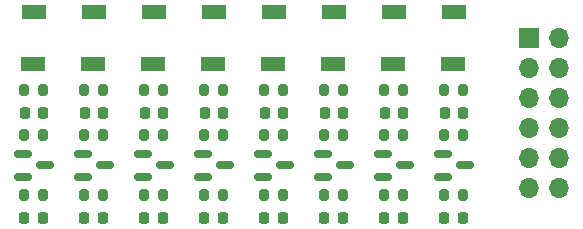
<source format=gbr>
G04 #@! TF.GenerationSoftware,KiCad,Pcbnew,6.0.9+dfsg-1*
G04 #@! TF.CreationDate,2022-11-16T11:07:49+08:00*
G04 #@! TF.ProjectId,io,696f2e6b-6963-4616-945f-706362585858,rev?*
G04 #@! TF.SameCoordinates,Original*
G04 #@! TF.FileFunction,Soldermask,Top*
G04 #@! TF.FilePolarity,Negative*
%FSLAX46Y46*%
G04 Gerber Fmt 4.6, Leading zero omitted, Abs format (unit mm)*
G04 Created by KiCad (PCBNEW 6.0.9+dfsg-1) date 2022-11-16 11:07:49*
%MOMM*%
%LPD*%
G01*
G04 APERTURE LIST*
G04 Aperture macros list*
%AMRoundRect*
0 Rectangle with rounded corners*
0 $1 Rounding radius*
0 $2 $3 $4 $5 $6 $7 $8 $9 X,Y pos of 4 corners*
0 Add a 4 corners polygon primitive as box body*
4,1,4,$2,$3,$4,$5,$6,$7,$8,$9,$2,$3,0*
0 Add four circle primitives for the rounded corners*
1,1,$1+$1,$2,$3*
1,1,$1+$1,$4,$5*
1,1,$1+$1,$6,$7*
1,1,$1+$1,$8,$9*
0 Add four rect primitives between the rounded corners*
20,1,$1+$1,$2,$3,$4,$5,0*
20,1,$1+$1,$4,$5,$6,$7,0*
20,1,$1+$1,$6,$7,$8,$9,0*
20,1,$1+$1,$8,$9,$2,$3,0*%
G04 Aperture macros list end*
%ADD10RoundRect,0.200000X-0.200000X-0.275000X0.200000X-0.275000X0.200000X0.275000X-0.200000X0.275000X0*%
%ADD11RoundRect,0.150000X-0.587500X-0.150000X0.587500X-0.150000X0.587500X0.150000X-0.587500X0.150000X0*%
%ADD12RoundRect,0.218750X-0.218750X-0.256250X0.218750X-0.256250X0.218750X0.256250X-0.218750X0.256250X0*%
%ADD13RoundRect,0.225000X-0.225000X-0.250000X0.225000X-0.250000X0.225000X0.250000X-0.225000X0.250000X0*%
%ADD14R,2.000000X1.200000*%
%ADD15R,1.700000X1.700000*%
%ADD16O,1.700000X1.700000*%
G04 APERTURE END LIST*
D10*
G04 #@! TO.C,R3*
X135700000Y-89535000D03*
X137350000Y-89535000D03*
G04 #@! TD*
D11*
G04 #@! TO.C,Q6*
X160987500Y-86045000D03*
X160987500Y-87945000D03*
X162862500Y-86995000D03*
G04 #@! TD*
D12*
G04 #@! TO.C,D1*
X135737500Y-91440000D03*
X137312500Y-91440000D03*
G04 #@! TD*
D13*
G04 #@! TO.C,C4*
X150990000Y-82550000D03*
X152540000Y-82550000D03*
G04 #@! TD*
D11*
G04 #@! TO.C,Q2*
X140667500Y-86045000D03*
X140667500Y-87945000D03*
X142542500Y-86995000D03*
G04 #@! TD*
D14*
G04 #@! TO.C,SW3*
X146635000Y-78400000D03*
X146685000Y-74000000D03*
G04 #@! TD*
D13*
G04 #@! TO.C,C5*
X156070000Y-82550000D03*
X157620000Y-82550000D03*
G04 #@! TD*
D12*
G04 #@! TO.C,D7*
X166217500Y-91440000D03*
X167792500Y-91440000D03*
G04 #@! TD*
D10*
G04 #@! TO.C,R8*
X145860000Y-80645000D03*
X147510000Y-80645000D03*
G04 #@! TD*
D14*
G04 #@! TO.C,SW2*
X141555000Y-78400000D03*
X141605000Y-74000000D03*
G04 #@! TD*
G04 #@! TO.C,SW4*
X151715000Y-78400000D03*
X151765000Y-74000000D03*
G04 #@! TD*
G04 #@! TO.C,SW6*
X161875000Y-78400000D03*
X161925000Y-74000000D03*
G04 #@! TD*
D12*
G04 #@! TO.C,D8*
X171297500Y-91440000D03*
X172872500Y-91440000D03*
G04 #@! TD*
D10*
G04 #@! TO.C,R24*
X171260000Y-89535000D03*
X172910000Y-89535000D03*
G04 #@! TD*
D13*
G04 #@! TO.C,C3*
X145910000Y-82550000D03*
X147460000Y-82550000D03*
G04 #@! TD*
D12*
G04 #@! TO.C,D4*
X150977500Y-91440000D03*
X152552500Y-91440000D03*
G04 #@! TD*
D14*
G04 #@! TO.C,SW7*
X166955000Y-78400000D03*
X167005000Y-74000000D03*
G04 #@! TD*
D10*
G04 #@! TO.C,R14*
X156020000Y-80645000D03*
X157670000Y-80645000D03*
G04 #@! TD*
D12*
G04 #@! TO.C,D3*
X145897500Y-91440000D03*
X147472500Y-91440000D03*
G04 #@! TD*
D14*
G04 #@! TO.C,SW5*
X156795000Y-78400000D03*
X156845000Y-74000000D03*
G04 #@! TD*
D10*
G04 #@! TO.C,R23*
X171260000Y-80645000D03*
X172910000Y-80645000D03*
G04 #@! TD*
D11*
G04 #@! TO.C,Q3*
X145747500Y-86045000D03*
X145747500Y-87945000D03*
X147622500Y-86995000D03*
G04 #@! TD*
D10*
G04 #@! TO.C,R22*
X171260000Y-84455000D03*
X172910000Y-84455000D03*
G04 #@! TD*
G04 #@! TO.C,R17*
X161100000Y-80645000D03*
X162750000Y-80645000D03*
G04 #@! TD*
G04 #@! TO.C,R4*
X140780000Y-84455000D03*
X142430000Y-84455000D03*
G04 #@! TD*
G04 #@! TO.C,R6*
X140780000Y-89535000D03*
X142430000Y-89535000D03*
G04 #@! TD*
D13*
G04 #@! TO.C,C1*
X135750000Y-82550000D03*
X137300000Y-82550000D03*
G04 #@! TD*
D12*
G04 #@! TO.C,D6*
X161137500Y-91440000D03*
X162712500Y-91440000D03*
G04 #@! TD*
D13*
G04 #@! TO.C,C6*
X161150000Y-82550000D03*
X162700000Y-82550000D03*
G04 #@! TD*
D14*
G04 #@! TO.C,SW8*
X172035000Y-78400000D03*
X172085000Y-74000000D03*
G04 #@! TD*
D11*
G04 #@! TO.C,Q7*
X166067500Y-86045000D03*
X166067500Y-87945000D03*
X167942500Y-86995000D03*
G04 #@! TD*
D10*
G04 #@! TO.C,R5*
X140780000Y-80645000D03*
X142430000Y-80645000D03*
G04 #@! TD*
D12*
G04 #@! TO.C,D5*
X156057500Y-91440000D03*
X157632500Y-91440000D03*
G04 #@! TD*
D13*
G04 #@! TO.C,C2*
X140830000Y-82550000D03*
X142380000Y-82550000D03*
G04 #@! TD*
D10*
G04 #@! TO.C,R7*
X145860000Y-84455000D03*
X147510000Y-84455000D03*
G04 #@! TD*
G04 #@! TO.C,R21*
X166180000Y-89535000D03*
X167830000Y-89535000D03*
G04 #@! TD*
G04 #@! TO.C,R15*
X156020000Y-89535000D03*
X157670000Y-89535000D03*
G04 #@! TD*
G04 #@! TO.C,R20*
X166180000Y-80645000D03*
X167830000Y-80645000D03*
G04 #@! TD*
D13*
G04 #@! TO.C,C7*
X166230000Y-82550000D03*
X167780000Y-82550000D03*
G04 #@! TD*
D10*
G04 #@! TO.C,R11*
X150940000Y-80645000D03*
X152590000Y-80645000D03*
G04 #@! TD*
G04 #@! TO.C,R13*
X156020000Y-84455000D03*
X157670000Y-84455000D03*
G04 #@! TD*
G04 #@! TO.C,R16*
X161100000Y-84455000D03*
X162750000Y-84455000D03*
G04 #@! TD*
D11*
G04 #@! TO.C,Q8*
X171147500Y-86045000D03*
X171147500Y-87945000D03*
X173022500Y-86995000D03*
G04 #@! TD*
G04 #@! TO.C,Q1*
X135587500Y-86045000D03*
X135587500Y-87945000D03*
X137462500Y-86995000D03*
G04 #@! TD*
D10*
G04 #@! TO.C,R1*
X135700000Y-84455000D03*
X137350000Y-84455000D03*
G04 #@! TD*
G04 #@! TO.C,R18*
X161100000Y-89535000D03*
X162750000Y-89535000D03*
G04 #@! TD*
G04 #@! TO.C,R10*
X150940000Y-84455000D03*
X152590000Y-84455000D03*
G04 #@! TD*
D12*
G04 #@! TO.C,D2*
X140817500Y-91440000D03*
X142392500Y-91440000D03*
G04 #@! TD*
D15*
G04 #@! TO.C,J1*
X178500000Y-76200000D03*
D16*
X181040000Y-76200000D03*
X178500000Y-78740000D03*
X181040000Y-78740000D03*
X178500000Y-81280000D03*
X181040000Y-81280000D03*
X178500000Y-83820000D03*
X181040000Y-83820000D03*
X178500000Y-86360000D03*
X181040000Y-86360000D03*
X178500000Y-88900000D03*
X181040000Y-88900000D03*
G04 #@! TD*
D11*
G04 #@! TO.C,Q4*
X150827500Y-86045000D03*
X150827500Y-87945000D03*
X152702500Y-86995000D03*
G04 #@! TD*
G04 #@! TO.C,Q5*
X155907500Y-86045000D03*
X155907500Y-87945000D03*
X157782500Y-86995000D03*
G04 #@! TD*
D10*
G04 #@! TO.C,R2*
X135700000Y-80645000D03*
X137350000Y-80645000D03*
G04 #@! TD*
G04 #@! TO.C,R9*
X145860000Y-89535000D03*
X147510000Y-89535000D03*
G04 #@! TD*
D14*
G04 #@! TO.C,SW1*
X136475000Y-78400000D03*
X136525000Y-74000000D03*
G04 #@! TD*
D10*
G04 #@! TO.C,R19*
X166180000Y-84455000D03*
X167830000Y-84455000D03*
G04 #@! TD*
D13*
G04 #@! TO.C,C8*
X171310000Y-82550000D03*
X172860000Y-82550000D03*
G04 #@! TD*
D10*
G04 #@! TO.C,R12*
X150940000Y-89535000D03*
X152590000Y-89535000D03*
G04 #@! TD*
M02*

</source>
